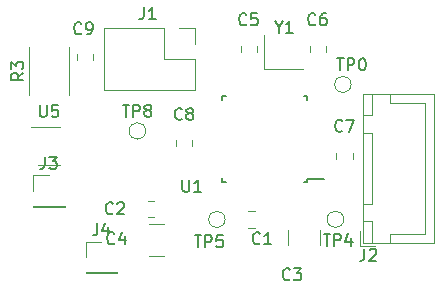
<source format=gbr>
G04 #@! TF.GenerationSoftware,KiCad,Pcbnew,(5.1.4-0-10_14)*
G04 #@! TF.CreationDate,2020-02-11T17:38:49-05:00*
G04 #@! TF.ProjectId,Chinchou,4368696e-6368-46f7-952e-6b696361645f,rev?*
G04 #@! TF.SameCoordinates,Original*
G04 #@! TF.FileFunction,Legend,Top*
G04 #@! TF.FilePolarity,Positive*
%FSLAX46Y46*%
G04 Gerber Fmt 4.6, Leading zero omitted, Abs format (unit mm)*
G04 Created by KiCad (PCBNEW (5.1.4-0-10_14)) date 2020-02-11 17:38:49*
%MOMM*%
%LPD*%
G04 APERTURE LIST*
%ADD10C,0.120000*%
%ADD11C,0.150000*%
G04 APERTURE END LIST*
D10*
X17410000Y-23790000D02*
X14960000Y-23790000D01*
X15610000Y-27010000D02*
X17410000Y-27010000D01*
X18220000Y-21102064D02*
X18220000Y-16997936D01*
X14800000Y-21102064D02*
X14800000Y-16997936D01*
X19610000Y-33510000D02*
X20940000Y-33510000D01*
X19610000Y-34840000D02*
X19610000Y-33510000D01*
X19610000Y-36110000D02*
X22270000Y-36110000D01*
X22270000Y-36110000D02*
X22270000Y-36170000D01*
X19610000Y-36110000D02*
X19610000Y-36170000D01*
X19610000Y-36170000D02*
X22270000Y-36170000D01*
X15180000Y-30540000D02*
X17840000Y-30540000D01*
X15180000Y-30480000D02*
X15180000Y-30540000D01*
X17840000Y-30480000D02*
X17840000Y-30540000D01*
X15180000Y-30480000D02*
X17840000Y-30480000D01*
X15180000Y-29210000D02*
X15180000Y-27880000D01*
X15180000Y-27880000D02*
X16510000Y-27880000D01*
X42843000Y-33885000D02*
X44093000Y-33885000D01*
X42843000Y-32635000D02*
X42843000Y-33885000D01*
X48343000Y-21735000D02*
X48343000Y-27285000D01*
X45393000Y-21735000D02*
X48343000Y-21735000D01*
X45393000Y-20985000D02*
X45393000Y-21735000D01*
X48343000Y-32835000D02*
X48343000Y-27285000D01*
X45393000Y-32835000D02*
X48343000Y-32835000D01*
X45393000Y-33585000D02*
X45393000Y-32835000D01*
X43143000Y-20985000D02*
X43143000Y-22785000D01*
X43893000Y-20985000D02*
X43143000Y-20985000D01*
X43893000Y-22785000D02*
X43893000Y-20985000D01*
X43143000Y-22785000D02*
X43893000Y-22785000D01*
X43143000Y-31785000D02*
X43143000Y-33585000D01*
X43893000Y-31785000D02*
X43143000Y-31785000D01*
X43893000Y-33585000D02*
X43893000Y-31785000D01*
X43143000Y-33585000D02*
X43893000Y-33585000D01*
X43143000Y-24285000D02*
X43143000Y-30285000D01*
X43893000Y-24285000D02*
X43143000Y-24285000D01*
X43893000Y-30285000D02*
X43893000Y-24285000D01*
X43143000Y-30285000D02*
X43893000Y-30285000D01*
X43133000Y-20975000D02*
X43133000Y-33595000D01*
X49103000Y-20975000D02*
X43133000Y-20975000D01*
X49103000Y-33595000D02*
X49103000Y-20975000D01*
X43133000Y-33595000D02*
X49103000Y-33595000D01*
D11*
X38404000Y-28224000D02*
X39829000Y-28224000D01*
X31154000Y-28449000D02*
X31479000Y-28449000D01*
X31154000Y-21199000D02*
X31479000Y-21199000D01*
X38404000Y-21199000D02*
X38079000Y-21199000D01*
X38404000Y-28449000D02*
X38079000Y-28449000D01*
X38404000Y-21199000D02*
X38404000Y-21524000D01*
X31154000Y-21199000D02*
X31154000Y-21524000D01*
X31154000Y-28449000D02*
X31154000Y-28124000D01*
X38404000Y-28449000D02*
X38404000Y-28224000D01*
D10*
X24703000Y-24130000D02*
G75*
G03X24703000Y-24130000I-700000J0D01*
G01*
X34722800Y-18849800D02*
X38022800Y-18849800D01*
X34722800Y-16049800D02*
X34722800Y-18849800D01*
X36740000Y-32544936D02*
X36740000Y-33749064D01*
X39460000Y-32544936D02*
X39460000Y-33749064D01*
X25015436Y-34761000D02*
X26219564Y-34761000D01*
X25015436Y-32041000D02*
X26219564Y-32041000D01*
X31434000Y-31623000D02*
G75*
G03X31434000Y-31623000I-700000J0D01*
G01*
X41467000Y-31623000D02*
G75*
G03X41467000Y-31623000I-700000J0D01*
G01*
X42102000Y-20193000D02*
G75*
G03X42102000Y-20193000I-700000J0D01*
G01*
X33925252Y-30913000D02*
X33402748Y-30913000D01*
X33925252Y-32333000D02*
X33402748Y-32333000D01*
X40819000Y-26027748D02*
X40819000Y-26550252D01*
X42239000Y-26027748D02*
X42239000Y-26550252D01*
X27230000Y-24893748D02*
X27230000Y-25416252D01*
X28650000Y-24893748D02*
X28650000Y-25416252D01*
X18848000Y-17645748D02*
X18848000Y-18168252D01*
X20268000Y-17645748D02*
X20268000Y-18168252D01*
X34161800Y-17448052D02*
X34161800Y-16925548D01*
X32741800Y-17448052D02*
X32741800Y-16925548D01*
X40003800Y-17448052D02*
X40003800Y-16925548D01*
X38583800Y-17448052D02*
X38583800Y-16925548D01*
X24884748Y-31444000D02*
X25407252Y-31444000D01*
X24884748Y-30024000D02*
X25407252Y-30024000D01*
X28889000Y-15434000D02*
X28889000Y-16764000D01*
X27559000Y-15434000D02*
X28889000Y-15434000D01*
X28889000Y-18034000D02*
X28889000Y-20634000D01*
X26289000Y-18034000D02*
X28889000Y-18034000D01*
X26289000Y-15434000D02*
X26289000Y-18034000D01*
X28889000Y-20634000D02*
X21149000Y-20634000D01*
X26289000Y-15434000D02*
X21149000Y-15434000D01*
X21149000Y-15434000D02*
X21149000Y-20634000D01*
D11*
X15748095Y-21952380D02*
X15748095Y-22761904D01*
X15795714Y-22857142D01*
X15843333Y-22904761D01*
X15938571Y-22952380D01*
X16129047Y-22952380D01*
X16224285Y-22904761D01*
X16271904Y-22857142D01*
X16319523Y-22761904D01*
X16319523Y-21952380D01*
X17271904Y-21952380D02*
X16795714Y-21952380D01*
X16748095Y-22428571D01*
X16795714Y-22380952D01*
X16890952Y-22333333D01*
X17129047Y-22333333D01*
X17224285Y-22380952D01*
X17271904Y-22428571D01*
X17319523Y-22523809D01*
X17319523Y-22761904D01*
X17271904Y-22857142D01*
X17224285Y-22904761D01*
X17129047Y-22952380D01*
X16890952Y-22952380D01*
X16795714Y-22904761D01*
X16748095Y-22857142D01*
X14342380Y-19216666D02*
X13866190Y-19550000D01*
X14342380Y-19788095D02*
X13342380Y-19788095D01*
X13342380Y-19407142D01*
X13390000Y-19311904D01*
X13437619Y-19264285D01*
X13532857Y-19216666D01*
X13675714Y-19216666D01*
X13770952Y-19264285D01*
X13818571Y-19311904D01*
X13866190Y-19407142D01*
X13866190Y-19788095D01*
X13342380Y-18883333D02*
X13342380Y-18264285D01*
X13723333Y-18597619D01*
X13723333Y-18454761D01*
X13770952Y-18359523D01*
X13818571Y-18311904D01*
X13913809Y-18264285D01*
X14151904Y-18264285D01*
X14247142Y-18311904D01*
X14294761Y-18359523D01*
X14342380Y-18454761D01*
X14342380Y-18740476D01*
X14294761Y-18835714D01*
X14247142Y-18883333D01*
X20606666Y-31962380D02*
X20606666Y-32676666D01*
X20559047Y-32819523D01*
X20463809Y-32914761D01*
X20320952Y-32962380D01*
X20225714Y-32962380D01*
X21511428Y-32295714D02*
X21511428Y-32962380D01*
X21273333Y-31914761D02*
X21035238Y-32629047D01*
X21654285Y-32629047D01*
X16176666Y-26332380D02*
X16176666Y-27046666D01*
X16129047Y-27189523D01*
X16033809Y-27284761D01*
X15890952Y-27332380D01*
X15795714Y-27332380D01*
X16557619Y-26332380D02*
X17176666Y-26332380D01*
X16843333Y-26713333D01*
X16986190Y-26713333D01*
X17081428Y-26760952D01*
X17129047Y-26808571D01*
X17176666Y-26903809D01*
X17176666Y-27141904D01*
X17129047Y-27237142D01*
X17081428Y-27284761D01*
X16986190Y-27332380D01*
X16700476Y-27332380D01*
X16605238Y-27284761D01*
X16557619Y-27237142D01*
X43227666Y-34123380D02*
X43227666Y-34837666D01*
X43180047Y-34980523D01*
X43084809Y-35075761D01*
X42941952Y-35123380D01*
X42846714Y-35123380D01*
X43656238Y-34218619D02*
X43703857Y-34171000D01*
X43799095Y-34123380D01*
X44037190Y-34123380D01*
X44132428Y-34171000D01*
X44180047Y-34218619D01*
X44227666Y-34313857D01*
X44227666Y-34409095D01*
X44180047Y-34551952D01*
X43608619Y-35123380D01*
X44227666Y-35123380D01*
X27813095Y-28281380D02*
X27813095Y-29090904D01*
X27860714Y-29186142D01*
X27908333Y-29233761D01*
X28003571Y-29281380D01*
X28194047Y-29281380D01*
X28289285Y-29233761D01*
X28336904Y-29186142D01*
X28384523Y-29090904D01*
X28384523Y-28281380D01*
X29384523Y-29281380D02*
X28813095Y-29281380D01*
X29098809Y-29281380D02*
X29098809Y-28281380D01*
X29003571Y-28424238D01*
X28908333Y-28519476D01*
X28813095Y-28567095D01*
X22741095Y-21931380D02*
X23312523Y-21931380D01*
X23026809Y-22931380D02*
X23026809Y-21931380D01*
X23645857Y-22931380D02*
X23645857Y-21931380D01*
X24026809Y-21931380D01*
X24122047Y-21979000D01*
X24169666Y-22026619D01*
X24217285Y-22121857D01*
X24217285Y-22264714D01*
X24169666Y-22359952D01*
X24122047Y-22407571D01*
X24026809Y-22455190D01*
X23645857Y-22455190D01*
X24788714Y-22359952D02*
X24693476Y-22312333D01*
X24645857Y-22264714D01*
X24598238Y-22169476D01*
X24598238Y-22121857D01*
X24645857Y-22026619D01*
X24693476Y-21979000D01*
X24788714Y-21931380D01*
X24979190Y-21931380D01*
X25074428Y-21979000D01*
X25122047Y-22026619D01*
X25169666Y-22121857D01*
X25169666Y-22169476D01*
X25122047Y-22264714D01*
X25074428Y-22312333D01*
X24979190Y-22359952D01*
X24788714Y-22359952D01*
X24693476Y-22407571D01*
X24645857Y-22455190D01*
X24598238Y-22550428D01*
X24598238Y-22740904D01*
X24645857Y-22836142D01*
X24693476Y-22883761D01*
X24788714Y-22931380D01*
X24979190Y-22931380D01*
X25074428Y-22883761D01*
X25122047Y-22836142D01*
X25169666Y-22740904D01*
X25169666Y-22550428D01*
X25122047Y-22455190D01*
X25074428Y-22407571D01*
X24979190Y-22359952D01*
X35972809Y-15343190D02*
X35972809Y-15819380D01*
X35639476Y-14819380D02*
X35972809Y-15343190D01*
X36306142Y-14819380D01*
X37163285Y-15819380D02*
X36591857Y-15819380D01*
X36877571Y-15819380D02*
X36877571Y-14819380D01*
X36782333Y-14962238D01*
X36687095Y-15057476D01*
X36591857Y-15105095D01*
X36917333Y-36679142D02*
X36869714Y-36726761D01*
X36726857Y-36774380D01*
X36631619Y-36774380D01*
X36488761Y-36726761D01*
X36393523Y-36631523D01*
X36345904Y-36536285D01*
X36298285Y-36345809D01*
X36298285Y-36202952D01*
X36345904Y-36012476D01*
X36393523Y-35917238D01*
X36488761Y-35822000D01*
X36631619Y-35774380D01*
X36726857Y-35774380D01*
X36869714Y-35822000D01*
X36917333Y-35869619D01*
X37250666Y-35774380D02*
X37869714Y-35774380D01*
X37536380Y-36155333D01*
X37679238Y-36155333D01*
X37774476Y-36202952D01*
X37822095Y-36250571D01*
X37869714Y-36345809D01*
X37869714Y-36583904D01*
X37822095Y-36679142D01*
X37774476Y-36726761D01*
X37679238Y-36774380D01*
X37393523Y-36774380D01*
X37298285Y-36726761D01*
X37250666Y-36679142D01*
X22058333Y-33631142D02*
X22010714Y-33678761D01*
X21867857Y-33726380D01*
X21772619Y-33726380D01*
X21629761Y-33678761D01*
X21534523Y-33583523D01*
X21486904Y-33488285D01*
X21439285Y-33297809D01*
X21439285Y-33154952D01*
X21486904Y-32964476D01*
X21534523Y-32869238D01*
X21629761Y-32774000D01*
X21772619Y-32726380D01*
X21867857Y-32726380D01*
X22010714Y-32774000D01*
X22058333Y-32821619D01*
X22915476Y-33059714D02*
X22915476Y-33726380D01*
X22677380Y-32678761D02*
X22439285Y-33393047D01*
X23058333Y-33393047D01*
X28837095Y-32980380D02*
X29408523Y-32980380D01*
X29122809Y-33980380D02*
X29122809Y-32980380D01*
X29741857Y-33980380D02*
X29741857Y-32980380D01*
X30122809Y-32980380D01*
X30218047Y-33028000D01*
X30265666Y-33075619D01*
X30313285Y-33170857D01*
X30313285Y-33313714D01*
X30265666Y-33408952D01*
X30218047Y-33456571D01*
X30122809Y-33504190D01*
X29741857Y-33504190D01*
X31218047Y-32980380D02*
X30741857Y-32980380D01*
X30694238Y-33456571D01*
X30741857Y-33408952D01*
X30837095Y-33361333D01*
X31075190Y-33361333D01*
X31170428Y-33408952D01*
X31218047Y-33456571D01*
X31265666Y-33551809D01*
X31265666Y-33789904D01*
X31218047Y-33885142D01*
X31170428Y-33932761D01*
X31075190Y-33980380D01*
X30837095Y-33980380D01*
X30741857Y-33932761D01*
X30694238Y-33885142D01*
X39759095Y-32853380D02*
X40330523Y-32853380D01*
X40044809Y-33853380D02*
X40044809Y-32853380D01*
X40663857Y-33853380D02*
X40663857Y-32853380D01*
X41044809Y-32853380D01*
X41140047Y-32901000D01*
X41187666Y-32948619D01*
X41235285Y-33043857D01*
X41235285Y-33186714D01*
X41187666Y-33281952D01*
X41140047Y-33329571D01*
X41044809Y-33377190D01*
X40663857Y-33377190D01*
X42092428Y-33186714D02*
X42092428Y-33853380D01*
X41854333Y-32805761D02*
X41616238Y-33520047D01*
X42235285Y-33520047D01*
X40902095Y-17994380D02*
X41473523Y-17994380D01*
X41187809Y-18994380D02*
X41187809Y-17994380D01*
X41806857Y-18994380D02*
X41806857Y-17994380D01*
X42187809Y-17994380D01*
X42283047Y-18042000D01*
X42330666Y-18089619D01*
X42378285Y-18184857D01*
X42378285Y-18327714D01*
X42330666Y-18422952D01*
X42283047Y-18470571D01*
X42187809Y-18518190D01*
X41806857Y-18518190D01*
X42997333Y-17994380D02*
X43092571Y-17994380D01*
X43187809Y-18042000D01*
X43235428Y-18089619D01*
X43283047Y-18184857D01*
X43330666Y-18375333D01*
X43330666Y-18613428D01*
X43283047Y-18803904D01*
X43235428Y-18899142D01*
X43187809Y-18946761D01*
X43092571Y-18994380D01*
X42997333Y-18994380D01*
X42902095Y-18946761D01*
X42854476Y-18899142D01*
X42806857Y-18803904D01*
X42759238Y-18613428D01*
X42759238Y-18375333D01*
X42806857Y-18184857D01*
X42854476Y-18089619D01*
X42902095Y-18042000D01*
X42997333Y-17994380D01*
X34377333Y-33631142D02*
X34329714Y-33678761D01*
X34186857Y-33726380D01*
X34091619Y-33726380D01*
X33948761Y-33678761D01*
X33853523Y-33583523D01*
X33805904Y-33488285D01*
X33758285Y-33297809D01*
X33758285Y-33154952D01*
X33805904Y-32964476D01*
X33853523Y-32869238D01*
X33948761Y-32774000D01*
X34091619Y-32726380D01*
X34186857Y-32726380D01*
X34329714Y-32774000D01*
X34377333Y-32821619D01*
X35329714Y-33726380D02*
X34758285Y-33726380D01*
X35044000Y-33726380D02*
X35044000Y-32726380D01*
X34948761Y-32869238D01*
X34853523Y-32964476D01*
X34758285Y-33012095D01*
X41362333Y-24106142D02*
X41314714Y-24153761D01*
X41171857Y-24201380D01*
X41076619Y-24201380D01*
X40933761Y-24153761D01*
X40838523Y-24058523D01*
X40790904Y-23963285D01*
X40743285Y-23772809D01*
X40743285Y-23629952D01*
X40790904Y-23439476D01*
X40838523Y-23344238D01*
X40933761Y-23249000D01*
X41076619Y-23201380D01*
X41171857Y-23201380D01*
X41314714Y-23249000D01*
X41362333Y-23296619D01*
X41695666Y-23201380D02*
X42362333Y-23201380D01*
X41933761Y-24201380D01*
X27773333Y-23108142D02*
X27725714Y-23155761D01*
X27582857Y-23203380D01*
X27487619Y-23203380D01*
X27344761Y-23155761D01*
X27249523Y-23060523D01*
X27201904Y-22965285D01*
X27154285Y-22774809D01*
X27154285Y-22631952D01*
X27201904Y-22441476D01*
X27249523Y-22346238D01*
X27344761Y-22251000D01*
X27487619Y-22203380D01*
X27582857Y-22203380D01*
X27725714Y-22251000D01*
X27773333Y-22298619D01*
X28344761Y-22631952D02*
X28249523Y-22584333D01*
X28201904Y-22536714D01*
X28154285Y-22441476D01*
X28154285Y-22393857D01*
X28201904Y-22298619D01*
X28249523Y-22251000D01*
X28344761Y-22203380D01*
X28535238Y-22203380D01*
X28630476Y-22251000D01*
X28678095Y-22298619D01*
X28725714Y-22393857D01*
X28725714Y-22441476D01*
X28678095Y-22536714D01*
X28630476Y-22584333D01*
X28535238Y-22631952D01*
X28344761Y-22631952D01*
X28249523Y-22679571D01*
X28201904Y-22727190D01*
X28154285Y-22822428D01*
X28154285Y-23012904D01*
X28201904Y-23108142D01*
X28249523Y-23155761D01*
X28344761Y-23203380D01*
X28535238Y-23203380D01*
X28630476Y-23155761D01*
X28678095Y-23108142D01*
X28725714Y-23012904D01*
X28725714Y-22822428D01*
X28678095Y-22727190D01*
X28630476Y-22679571D01*
X28535238Y-22631952D01*
X19264333Y-15851142D02*
X19216714Y-15898761D01*
X19073857Y-15946380D01*
X18978619Y-15946380D01*
X18835761Y-15898761D01*
X18740523Y-15803523D01*
X18692904Y-15708285D01*
X18645285Y-15517809D01*
X18645285Y-15374952D01*
X18692904Y-15184476D01*
X18740523Y-15089238D01*
X18835761Y-14994000D01*
X18978619Y-14946380D01*
X19073857Y-14946380D01*
X19216714Y-14994000D01*
X19264333Y-15041619D01*
X19740523Y-15946380D02*
X19931000Y-15946380D01*
X20026238Y-15898761D01*
X20073857Y-15851142D01*
X20169095Y-15708285D01*
X20216714Y-15517809D01*
X20216714Y-15136857D01*
X20169095Y-15041619D01*
X20121476Y-14994000D01*
X20026238Y-14946380D01*
X19835761Y-14946380D01*
X19740523Y-14994000D01*
X19692904Y-15041619D01*
X19645285Y-15136857D01*
X19645285Y-15374952D01*
X19692904Y-15470190D01*
X19740523Y-15517809D01*
X19835761Y-15565428D01*
X20026238Y-15565428D01*
X20121476Y-15517809D01*
X20169095Y-15470190D01*
X20216714Y-15374952D01*
X33234333Y-15089142D02*
X33186714Y-15136761D01*
X33043857Y-15184380D01*
X32948619Y-15184380D01*
X32805761Y-15136761D01*
X32710523Y-15041523D01*
X32662904Y-14946285D01*
X32615285Y-14755809D01*
X32615285Y-14612952D01*
X32662904Y-14422476D01*
X32710523Y-14327238D01*
X32805761Y-14232000D01*
X32948619Y-14184380D01*
X33043857Y-14184380D01*
X33186714Y-14232000D01*
X33234333Y-14279619D01*
X34139095Y-14184380D02*
X33662904Y-14184380D01*
X33615285Y-14660571D01*
X33662904Y-14612952D01*
X33758142Y-14565333D01*
X33996238Y-14565333D01*
X34091476Y-14612952D01*
X34139095Y-14660571D01*
X34186714Y-14755809D01*
X34186714Y-14993904D01*
X34139095Y-15089142D01*
X34091476Y-15136761D01*
X33996238Y-15184380D01*
X33758142Y-15184380D01*
X33662904Y-15136761D01*
X33615285Y-15089142D01*
X39076333Y-15089142D02*
X39028714Y-15136761D01*
X38885857Y-15184380D01*
X38790619Y-15184380D01*
X38647761Y-15136761D01*
X38552523Y-15041523D01*
X38504904Y-14946285D01*
X38457285Y-14755809D01*
X38457285Y-14612952D01*
X38504904Y-14422476D01*
X38552523Y-14327238D01*
X38647761Y-14232000D01*
X38790619Y-14184380D01*
X38885857Y-14184380D01*
X39028714Y-14232000D01*
X39076333Y-14279619D01*
X39933476Y-14184380D02*
X39743000Y-14184380D01*
X39647761Y-14232000D01*
X39600142Y-14279619D01*
X39504904Y-14422476D01*
X39457285Y-14612952D01*
X39457285Y-14993904D01*
X39504904Y-15089142D01*
X39552523Y-15136761D01*
X39647761Y-15184380D01*
X39838238Y-15184380D01*
X39933476Y-15136761D01*
X39981095Y-15089142D01*
X40028714Y-14993904D01*
X40028714Y-14755809D01*
X39981095Y-14660571D01*
X39933476Y-14612952D01*
X39838238Y-14565333D01*
X39647761Y-14565333D01*
X39552523Y-14612952D01*
X39504904Y-14660571D01*
X39457285Y-14755809D01*
X21931333Y-31091142D02*
X21883714Y-31138761D01*
X21740857Y-31186380D01*
X21645619Y-31186380D01*
X21502761Y-31138761D01*
X21407523Y-31043523D01*
X21359904Y-30948285D01*
X21312285Y-30757809D01*
X21312285Y-30614952D01*
X21359904Y-30424476D01*
X21407523Y-30329238D01*
X21502761Y-30234000D01*
X21645619Y-30186380D01*
X21740857Y-30186380D01*
X21883714Y-30234000D01*
X21931333Y-30281619D01*
X22312285Y-30281619D02*
X22359904Y-30234000D01*
X22455142Y-30186380D01*
X22693238Y-30186380D01*
X22788476Y-30234000D01*
X22836095Y-30281619D01*
X22883714Y-30376857D01*
X22883714Y-30472095D01*
X22836095Y-30614952D01*
X22264666Y-31186380D01*
X22883714Y-31186380D01*
X24558666Y-13676380D02*
X24558666Y-14390666D01*
X24511047Y-14533523D01*
X24415809Y-14628761D01*
X24272952Y-14676380D01*
X24177714Y-14676380D01*
X25558666Y-14676380D02*
X24987238Y-14676380D01*
X25272952Y-14676380D02*
X25272952Y-13676380D01*
X25177714Y-13819238D01*
X25082476Y-13914476D01*
X24987238Y-13962095D01*
M02*

</source>
